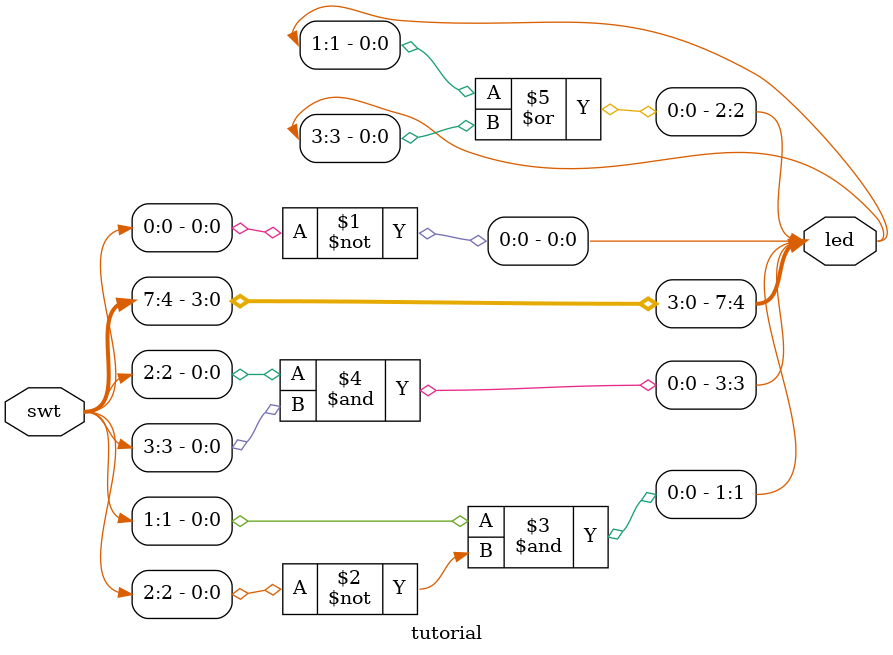
<source format=v>
`timescale 1ns / 1ps


module tutorial(
    input [7:0] swt,
     output [7:0] led
    );
    
    assign led[0] = ~swt[0];
    assign led[1] = swt[1] & ~swt[2];
    assign led[3] = swt[2] & swt[3];
    assign led[2] = led[1] | led[3];
    
    assign led[7:4] = swt[7:4];
    
endmodule

</source>
